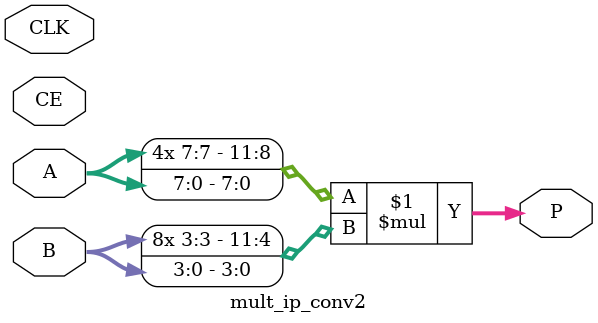
<source format=v>
`timescale 1ns / 1ps
module mult_ip_conv2(
    input  CLK,
    input  CE,
    input  signed   [7:0] A,
    input  signed  [3:0] B,
    output   [11:0] P
);
//assign  P=$unsigned(A) * $unsigned(B);
assign  P=$signed(A) * $signed(B);
endmodule
</source>
